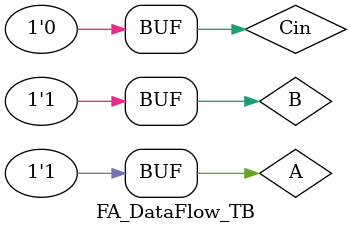
<source format=v>
module fullAdder(S, Cout, A, B, Cin);
input A, B, Cin;
output S, Cout;
wire s1, c1, c2;
HA H(s1, c1, A, B);
HA H1(S, c2, Cin, s1);
or o(Cout, c1, c2);
endmodule

module FA_DataFlow_TB();
wire S, Cout;
reg A, B, Cin;
FA_beha f11(S, Cout, A, B, Cin);
initial begin
Cin=0; A=0; B=0; #10
Cin=0; A=0; B=1; #10
Cin=0; A=1; B=0; #10
Cin=0; A=1; B=1; 
end
initial
$monitor("%d  A=%b  B=%b  Cin=%b  S=%b  Cout=%b", $time, A, B, Cin, S, Cout);
endmodule

</source>
